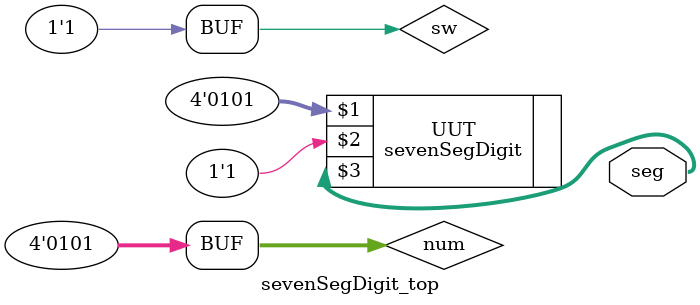
<source format=sv>
module sevenSegDigit_top(
	output [7:0] seg
);
	reg sw = 1;
	reg [3:0] num = 4'b0101;

	sevenSegDigit UUT(num, sw, seg);
	

endmodule
</source>
